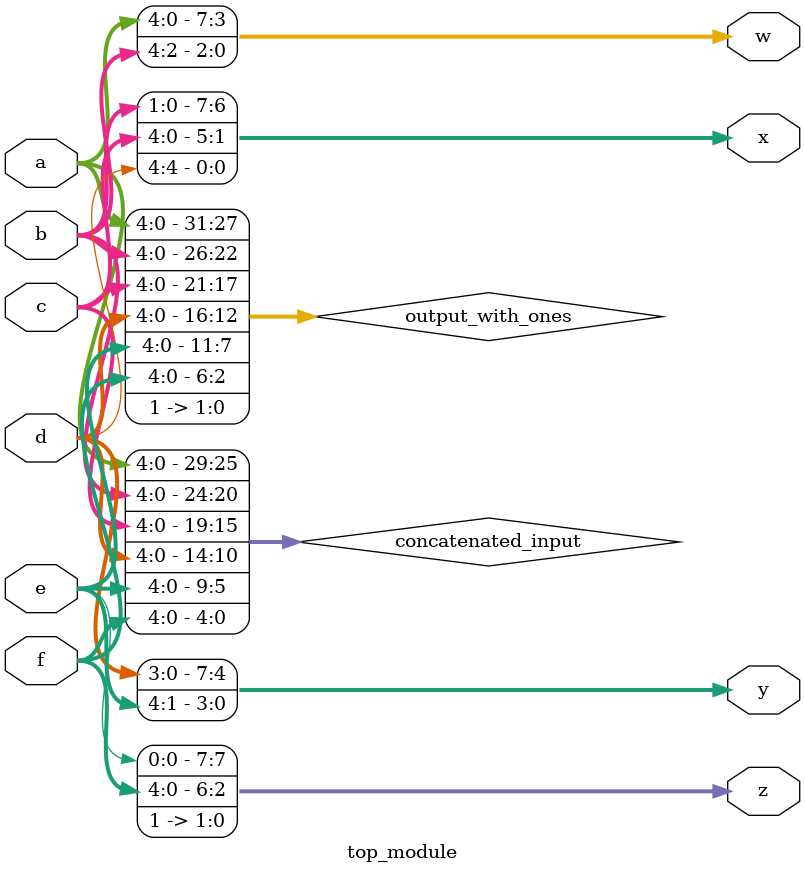
<source format=sv>
module top_module (
	input [4:0] a,
	input [4:0] b,
	input [4:0] c,
	input [4:0] d,
	input [4:0] e,
	input [4:0] f,
	output [7:0] w,
	output [7:0] x,
	output [7:0] y,
	output [7:0] z
);

	// Concatenating the input vectors
	wire [29:0] concatenated_input;
	assign concatenated_input = {a, b, c, d, e, f};

	// Adding two 1 bits
	wire [31:0] output_with_ones;
	assign output_with_ones = {concatenated_input, 2'b11};

	// Splitting the output vectors
	assign w = output_with_ones[31:24];
	assign x = output_with_ones[23:16];
	assign y = output_with_ones[15:8];
	assign z = output_with_ones[7:0];

endmodule

</source>
